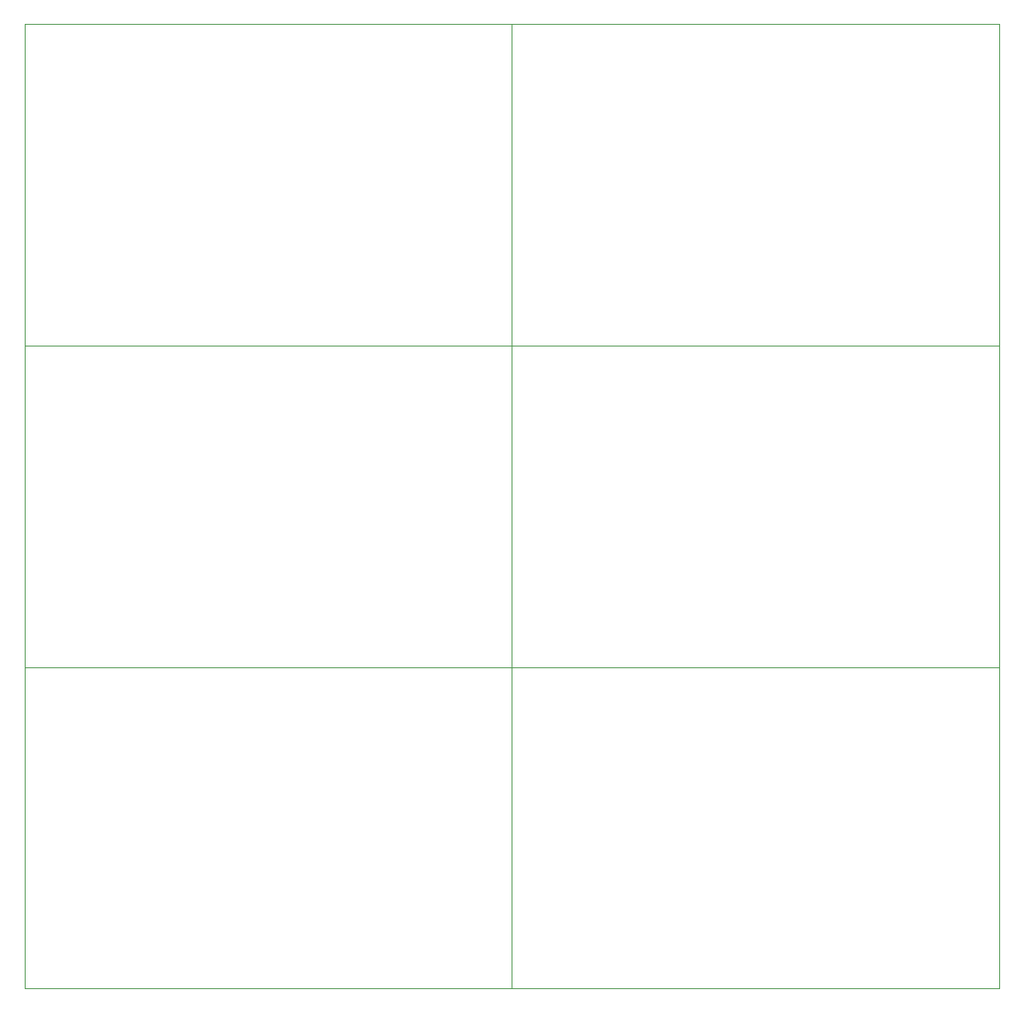
<source format=gm1>
G04 #@! TF.GenerationSoftware,KiCad,Pcbnew,(5.1.4)-1*
G04 #@! TF.CreationDate,2019-09-09T12:01:27+02:00*
G04 #@! TF.ProjectId,SwitchRelay_panel,53776974-6368-4526-956c-61795f70616e,1.0*
G04 #@! TF.SameCoordinates,Original*
G04 #@! TF.FileFunction,Profile,NP*
%FSLAX46Y46*%
G04 Gerber Fmt 4.6, Leading zero omitted, Abs format (unit mm)*
G04 Created by KiCad (PCBNEW (5.1.4)-1) date 2019-09-09 12:01:27*
%MOMM*%
%LPD*%
G04 APERTURE LIST*
%ADD10C,0.050000*%
G04 APERTURE END LIST*
D10*
X207210000Y-141910000D02*
X107210000Y-141910000D01*
X157210000Y-108910000D02*
X207210000Y-108910000D01*
X107210000Y-108910000D02*
X157210000Y-108910000D01*
X157210000Y-141910000D02*
X157210000Y-108910000D01*
X157210000Y-108910000D02*
X157210000Y-141910000D01*
X157210000Y-108910000D02*
X157210000Y-75910000D01*
X157210000Y-108910000D02*
X107210000Y-108910000D01*
X107210000Y-75910000D02*
X157210000Y-75910000D01*
X157210000Y-75910000D02*
X207210000Y-75910000D01*
X207210000Y-108910000D02*
X157210000Y-108910000D01*
X157210000Y-75910000D02*
X157210000Y-108910000D01*
X207210000Y-141910000D02*
X207210000Y-42910000D01*
X207210000Y-75910000D02*
X157210000Y-75910000D01*
X157210000Y-42910000D02*
X157210000Y-75910000D01*
X107210000Y-42910000D02*
X207210000Y-42910000D01*
X157210000Y-75910000D02*
X107210000Y-75910000D01*
X157210000Y-75910000D02*
X157210000Y-42910000D01*
X107210000Y-42910000D02*
X107210000Y-141910000D01*
M02*

</source>
